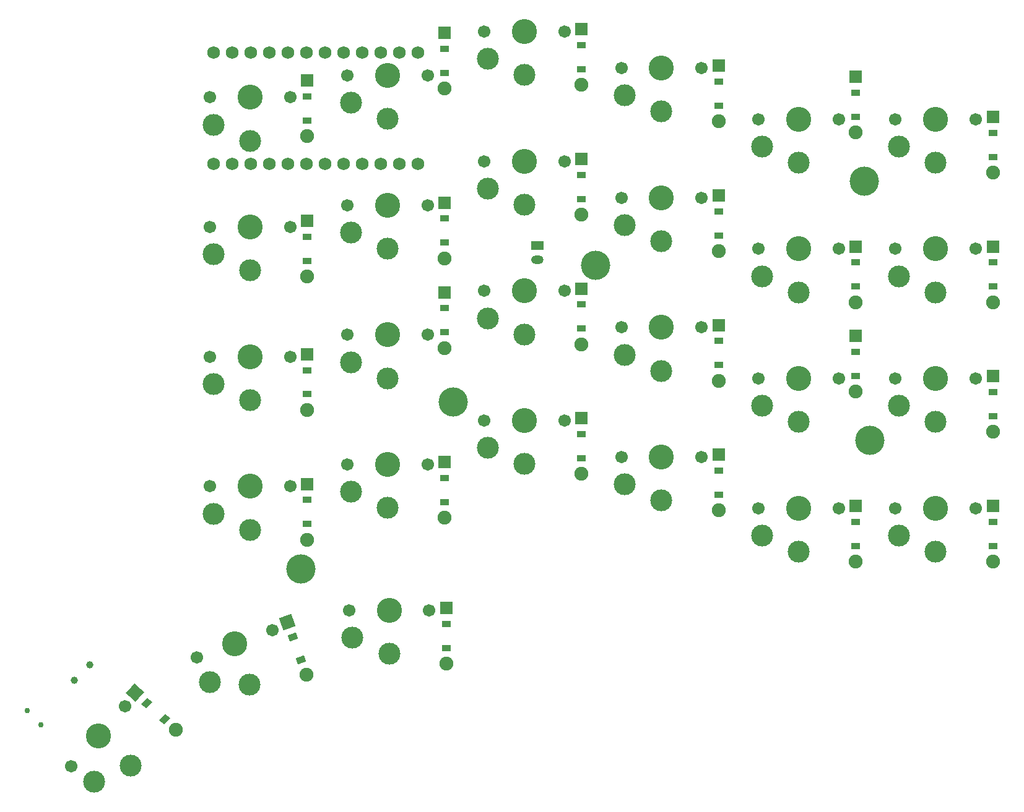
<source format=gbr>
%TF.GenerationSoftware,KiCad,Pcbnew,8.0.7*%
%TF.CreationDate,2024-12-27T12:50:11-06:00*%
%TF.ProjectId,right,72696768-742e-46b6-9963-61645f706362,v1.0.0*%
%TF.SameCoordinates,Original*%
%TF.FileFunction,Soldermask,Top*%
%TF.FilePolarity,Negative*%
%FSLAX46Y46*%
G04 Gerber Fmt 4.6, Leading zero omitted, Abs format (unit mm)*
G04 Created by KiCad (PCBNEW 8.0.7) date 2024-12-27 12:50:11*
%MOMM*%
%LPD*%
G01*
G04 APERTURE LIST*
G04 Aperture macros list*
%AMRotRect*
0 Rectangle, with rotation*
0 The origin of the aperture is its center*
0 $1 length*
0 $2 width*
0 $3 Rotation angle, in degrees counterclockwise*
0 Add horizontal line*
21,1,$1,$2,0,0,$3*%
G04 Aperture macros list end*
%ADD10C,1.000000*%
%ADD11C,4.000000*%
%ADD12C,1.701800*%
%ADD13C,3.000000*%
%ADD14C,3.429000*%
%ADD15R,1.778000X1.778000*%
%ADD16R,1.200000X0.900000*%
%ADD17C,1.905000*%
%ADD18R,1.700000X1.200000*%
%ADD19O,1.700000X1.200000*%
%ADD20C,1.752600*%
%ADD21C,0.750000*%
%ADD22RotRect,1.778000X1.778000X290.000000*%
%ADD23RotRect,0.900000X1.200000X290.000000*%
%ADD24RotRect,1.778000X1.778000X318.000000*%
%ADD25RotRect,0.900000X1.200000X318.000000*%
G04 APERTURE END LIST*
D10*
%TO.C,T1*%
X269664468Y-173527908D03*
X271822488Y-171443932D03*
%TD*%
D11*
%TO.C,*%
X378500000Y-140750000D03*
%TD*%
D12*
%TO.C,S18*%
X318000000Y-126250000D03*
D13*
X312500000Y-132200000D03*
D14*
X312500000Y-126250000D03*
D13*
X307500000Y-130000000D03*
D12*
X307000000Y-126250000D03*
%TD*%
D11*
%TO.C,*%
X341000000Y-116750000D03*
%TD*%
D15*
%TO.C,D6*%
X376550000Y-114190000D03*
D16*
X376550000Y-116350000D03*
X376550000Y-119650000D03*
D17*
X376550000Y-121810000D03*
%TD*%
D15*
%TO.C,D21*%
X376550000Y-126440000D03*
D16*
X376550000Y-128600000D03*
X376550000Y-131900000D03*
D17*
X376550000Y-134060000D03*
%TD*%
D12*
%TO.C,S5*%
X374250000Y-150000000D03*
D13*
X368750000Y-155950000D03*
D14*
X368750000Y-150000000D03*
D13*
X363750000Y-153750000D03*
D12*
X363250000Y-150000000D03*
%TD*%
%TO.C,S23*%
X299250000Y-111500000D03*
D13*
X293750000Y-117450000D03*
D14*
X293750000Y-111500000D03*
D13*
X288750000Y-115250000D03*
D12*
X288250000Y-111500000D03*
%TD*%
D15*
%TO.C,D1*%
X395300000Y-149690000D03*
D16*
X395300000Y-151850000D03*
X395300000Y-155150000D03*
D17*
X395300000Y-157310000D03*
%TD*%
D15*
%TO.C,D17*%
X301550000Y-128940000D03*
D16*
X301550000Y-131100000D03*
X301550000Y-134400000D03*
D17*
X301550000Y-136560000D03*
%TD*%
D15*
%TO.C,D14*%
X320300000Y-143690000D03*
D16*
X320300000Y-145850000D03*
X320300000Y-149150000D03*
D17*
X320300000Y-151310000D03*
%TD*%
D12*
%TO.C,S15*%
X336750000Y-102500000D03*
D13*
X331250000Y-108450000D03*
D14*
X331250000Y-102500000D03*
D13*
X326250000Y-106250000D03*
D12*
X325750000Y-102500000D03*
%TD*%
%TO.C,S4*%
X393000000Y-96750000D03*
D13*
X387500000Y-102700000D03*
D14*
X387500000Y-96750000D03*
D13*
X382500000Y-100500000D03*
D12*
X382000000Y-96750000D03*
%TD*%
%TO.C,S27*%
X276651629Y-177132826D03*
D13*
X277393123Y-185201450D03*
D14*
X272971411Y-181220123D03*
D13*
X272412551Y-187445087D03*
D12*
X269291193Y-185307420D03*
%TD*%
%TO.C,S17*%
X318000000Y-144000000D03*
D13*
X312500000Y-149950000D03*
D14*
X312500000Y-144000000D03*
D13*
X307500000Y-147750000D03*
D12*
X307000000Y-144000000D03*
%TD*%
%TO.C,S2*%
X393000000Y-132250000D03*
D13*
X387500000Y-138200000D03*
D14*
X387500000Y-132250000D03*
D13*
X382500000Y-136000000D03*
D12*
X382000000Y-132250000D03*
%TD*%
D15*
%TO.C,D13*%
X339050000Y-84440000D03*
D16*
X339050000Y-86600000D03*
X339050000Y-89900000D03*
D17*
X339050000Y-92060000D03*
%TD*%
D18*
%TO.C,JST1*%
X333000000Y-114000000D03*
D19*
X333000000Y-116000000D03*
%TD*%
D11*
%TO.C,*%
X300683611Y-158349259D03*
%TD*%
D15*
%TO.C,D4*%
X395300000Y-96440000D03*
D16*
X395300000Y-98600000D03*
X395300000Y-101900000D03*
D17*
X395300000Y-104060000D03*
%TD*%
D15*
%TO.C,D7*%
X357800000Y-142690000D03*
D16*
X357800000Y-144850000D03*
X357800000Y-148150000D03*
D17*
X357800000Y-150310000D03*
%TD*%
D20*
%TO.C,MCU1*%
X288780000Y-102870000D03*
X291320000Y-102870000D03*
X293860000Y-102870000D03*
X296400000Y-102870000D03*
X298940000Y-102870000D03*
X301480000Y-102870000D03*
X304020000Y-102870000D03*
X306560000Y-102870000D03*
X309100000Y-102870000D03*
X311640000Y-102870000D03*
X314180000Y-102870000D03*
X316720000Y-102870000D03*
X316720000Y-87630000D03*
X314180000Y-87630000D03*
X311640000Y-87630000D03*
X309100000Y-87630000D03*
X306560000Y-87630000D03*
X304020000Y-87630000D03*
X301480000Y-87630000D03*
X298940000Y-87630000D03*
X296400000Y-87630000D03*
X293860000Y-87630000D03*
X291320000Y-87630000D03*
X288780000Y-87630000D03*
%TD*%
D12*
%TO.C,S21*%
X299250000Y-147000000D03*
D13*
X293750000Y-152950000D03*
D14*
X293750000Y-147000000D03*
D13*
X288750000Y-150750000D03*
D12*
X288250000Y-147000000D03*
%TD*%
D15*
%TO.C,D15*%
X320300000Y-108190000D03*
D16*
X320300000Y-110350000D03*
X320300000Y-113650000D03*
D17*
X320300000Y-115810000D03*
%TD*%
D12*
%TO.C,S9*%
X355500000Y-143000000D03*
D13*
X350000000Y-148950000D03*
D14*
X350000000Y-143000000D03*
D13*
X345000000Y-146750000D03*
D12*
X344500000Y-143000000D03*
%TD*%
%TO.C,S10*%
X355500000Y-125250000D03*
D13*
X350000000Y-131200000D03*
D14*
X350000000Y-125250000D03*
D13*
X345000000Y-129000000D03*
D12*
X344500000Y-125250000D03*
%TD*%
%TO.C,S26*%
X296798739Y-166680392D03*
D13*
X293665450Y-174152674D03*
D14*
X291630430Y-168561503D03*
D13*
X288214542Y-173795451D03*
D12*
X286462121Y-170442614D03*
%TD*%
D15*
%TO.C,D5*%
X376550000Y-149690000D03*
D16*
X376550000Y-151850000D03*
X376550000Y-155150000D03*
D17*
X376550000Y-157310000D03*
%TD*%
D15*
%TO.C,D10*%
X357800000Y-89440000D03*
D16*
X357800000Y-91600000D03*
X357800000Y-94900000D03*
D17*
X357800000Y-97060000D03*
%TD*%
D15*
%TO.C,D24*%
X320300000Y-84940000D03*
D16*
X320300000Y-87100000D03*
X320300000Y-90400000D03*
D17*
X320300000Y-92560000D03*
%TD*%
D12*
%TO.C,S24*%
X299250000Y-93750000D03*
D13*
X293750000Y-99700000D03*
D14*
X293750000Y-93750000D03*
D13*
X288750000Y-97500000D03*
D12*
X288250000Y-93750000D03*
%TD*%
%TO.C,S8*%
X374250000Y-96750000D03*
D13*
X368750000Y-102700000D03*
D14*
X368750000Y-96750000D03*
D13*
X363750000Y-100500000D03*
D12*
X363250000Y-96750000D03*
%TD*%
D15*
%TO.C,D9*%
X357800000Y-107190000D03*
D16*
X357800000Y-109350000D03*
X357800000Y-112650000D03*
D17*
X357800000Y-114810000D03*
%TD*%
D12*
%TO.C,S25*%
X318250000Y-164000000D03*
D13*
X312750000Y-169950000D03*
D14*
X312750000Y-164000000D03*
D13*
X307750000Y-167750000D03*
D12*
X307250000Y-164000000D03*
%TD*%
%TO.C,S13*%
X336750000Y-138000000D03*
D13*
X331250000Y-143950000D03*
D14*
X331250000Y-138000000D03*
D13*
X326250000Y-141750000D03*
D12*
X325750000Y-138000000D03*
%TD*%
D21*
%TO.C,B1*%
X263245946Y-177716740D03*
X265156256Y-179694924D03*
%TD*%
D12*
%TO.C,S14*%
X336750000Y-120250000D03*
D13*
X331250000Y-126200000D03*
D14*
X331250000Y-120250000D03*
D13*
X326250000Y-124000000D03*
D12*
X325750000Y-120250000D03*
%TD*%
%TO.C,S11*%
X355500000Y-107500000D03*
D13*
X350000000Y-113450000D03*
D14*
X350000000Y-107500000D03*
D13*
X345000000Y-111250000D03*
D12*
X344500000Y-107500000D03*
%TD*%
%TO.C,S22*%
X299250000Y-129250000D03*
D13*
X293750000Y-135200000D03*
D14*
X293750000Y-129250000D03*
D13*
X288750000Y-133000000D03*
D12*
X288250000Y-129250000D03*
%TD*%
D15*
%TO.C,D22*%
X376550000Y-90940000D03*
D16*
X376550000Y-93100000D03*
X376550000Y-96400000D03*
D17*
X376550000Y-98560000D03*
%TD*%
D15*
%TO.C,D16*%
X301550000Y-146690000D03*
D16*
X301550000Y-148850000D03*
X301550000Y-152150000D03*
D17*
X301550000Y-154310000D03*
%TD*%
D15*
%TO.C,D8*%
X357800000Y-124940000D03*
D16*
X357800000Y-127100000D03*
X357800000Y-130400000D03*
D17*
X357800000Y-132560000D03*
%TD*%
D22*
%TO.C,D19*%
X298854006Y-165602441D03*
D23*
X299592770Y-167632177D03*
X300721436Y-170733163D03*
D17*
X301460200Y-172762899D03*
%TD*%
D15*
%TO.C,D2*%
X395300000Y-131940000D03*
D16*
X395300000Y-134100000D03*
X395300000Y-137400000D03*
D17*
X395300000Y-139560000D03*
%TD*%
D12*
%TO.C,S12*%
X355500000Y-89750000D03*
D13*
X350000000Y-95700000D03*
D14*
X350000000Y-89750000D03*
D13*
X345000000Y-93500000D03*
D12*
X344500000Y-89750000D03*
%TD*%
D24*
%TO.C,D20*%
X277960254Y-175216163D03*
D25*
X279565447Y-176661485D03*
X282017825Y-178869617D03*
D17*
X283623018Y-180314939D03*
%TD*%
D11*
%TO.C,*%
X321500000Y-135500000D03*
%TD*%
D12*
%TO.C,S7*%
X374250000Y-114500000D03*
D13*
X368750000Y-120450000D03*
D14*
X368750000Y-114500000D03*
D13*
X363750000Y-118250000D03*
D12*
X363250000Y-114500000D03*
%TD*%
%TO.C,S16*%
X336750000Y-84750000D03*
D13*
X331250000Y-90700000D03*
D14*
X331250000Y-84750000D03*
D13*
X326250000Y-88500000D03*
D12*
X325750000Y-84750000D03*
%TD*%
D15*
%TO.C,D11*%
X339050000Y-137690000D03*
D16*
X339050000Y-139850000D03*
X339050000Y-143150000D03*
D17*
X339050000Y-145310000D03*
%TD*%
D15*
%TO.C,D23*%
X320300000Y-120440000D03*
D16*
X320300000Y-122600000D03*
X320300000Y-125900000D03*
D17*
X320300000Y-128060000D03*
%TD*%
D12*
%TO.C,S20*%
X318000000Y-90750000D03*
D13*
X312500000Y-96700000D03*
D14*
X312500000Y-90750000D03*
D13*
X307500000Y-94500000D03*
D12*
X307000000Y-90750000D03*
%TD*%
D15*
%TO.C,D27*%
X339050000Y-102190000D03*
D16*
X339050000Y-104350000D03*
X339050000Y-107650000D03*
D17*
X339050000Y-109810000D03*
%TD*%
D15*
%TO.C,D12*%
X339050000Y-119940000D03*
D16*
X339050000Y-122100000D03*
X339050000Y-125400000D03*
D17*
X339050000Y-127560000D03*
%TD*%
D12*
%TO.C,S1*%
X393000000Y-150000000D03*
D13*
X387500000Y-155950000D03*
D14*
X387500000Y-150000000D03*
D13*
X382500000Y-153750000D03*
D12*
X382000000Y-150000000D03*
%TD*%
%TO.C,S3*%
X393000000Y-114500000D03*
D13*
X387500000Y-120450000D03*
D14*
X387500000Y-114500000D03*
D13*
X382500000Y-118250000D03*
D12*
X382000000Y-114500000D03*
%TD*%
D15*
%TO.C,D26*%
X301550000Y-110690000D03*
D16*
X301550000Y-112850000D03*
X301550000Y-116150000D03*
D17*
X301550000Y-118310000D03*
%TD*%
D12*
%TO.C,S6*%
X374250000Y-132250000D03*
D13*
X368750000Y-138200000D03*
D14*
X368750000Y-132250000D03*
D13*
X363750000Y-136000000D03*
D12*
X363250000Y-132250000D03*
%TD*%
%TO.C,S19*%
X318000000Y-108500000D03*
D13*
X312500000Y-114450000D03*
D14*
X312500000Y-108500000D03*
D13*
X307500000Y-112250000D03*
D12*
X307000000Y-108500000D03*
%TD*%
D15*
%TO.C,D25*%
X301550000Y-91440000D03*
D16*
X301550000Y-93600000D03*
X301550000Y-96900000D03*
D17*
X301550000Y-99060000D03*
%TD*%
D15*
%TO.C,D3*%
X395300000Y-114190000D03*
D16*
X395300000Y-116350000D03*
X395300000Y-119650000D03*
D17*
X395300000Y-121810000D03*
%TD*%
D15*
%TO.C,D18*%
X320550000Y-163690000D03*
D16*
X320550000Y-165850000D03*
X320550000Y-169150000D03*
D17*
X320550000Y-171310000D03*
%TD*%
D11*
%TO.C,*%
X377750000Y-105250000D03*
%TD*%
M02*

</source>
